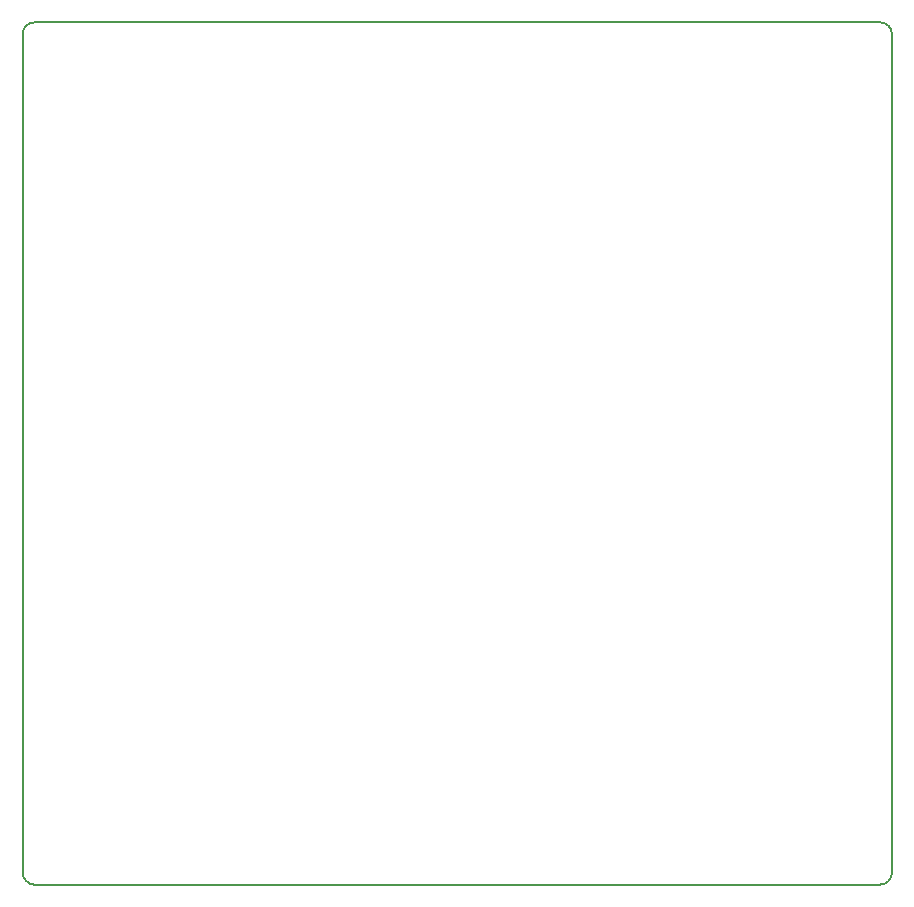
<source format=gbr>
G04 #@! TF.GenerationSoftware,KiCad,Pcbnew,5.0.2-bee76a0~70~ubuntu18.04.1*
G04 #@! TF.CreationDate,2019-08-08T23:41:47+02:00*
G04 #@! TF.ProjectId,adapterBoard,61646170-7465-4724-926f-6172642e6b69,rev?*
G04 #@! TF.SameCoordinates,Original*
G04 #@! TF.FileFunction,Profile,NP*
%FSLAX46Y46*%
G04 Gerber Fmt 4.6, Leading zero omitted, Abs format (unit mm)*
G04 Created by KiCad (PCBNEW 5.0.2-bee76a0~70~ubuntu18.04.1) date Do 08 Aug 2019 23:41:47 CEST*
%MOMM*%
%LPD*%
G01*
G04 APERTURE LIST*
%ADD10C,0.150000*%
G04 APERTURE END LIST*
D10*
X124700000Y-110900000D02*
G75*
G02X123700000Y-109900000I0J1000000D01*
G01*
X197300000Y-109900000D02*
G75*
G02X196300000Y-110900000I-1000000J0D01*
G01*
X196300000Y-37900000D02*
G75*
G02X197300000Y-38900000I0J-1000000D01*
G01*
X123700000Y-38900000D02*
G75*
G02X124700000Y-37900000I1000000J0D01*
G01*
X123700000Y-38900000D02*
X123700000Y-109900000D01*
X196300000Y-110900000D02*
X124700000Y-110900000D01*
X196300000Y-37900000D02*
X124700000Y-37900000D01*
X197300000Y-109900000D02*
X197300000Y-38900000D01*
M02*

</source>
